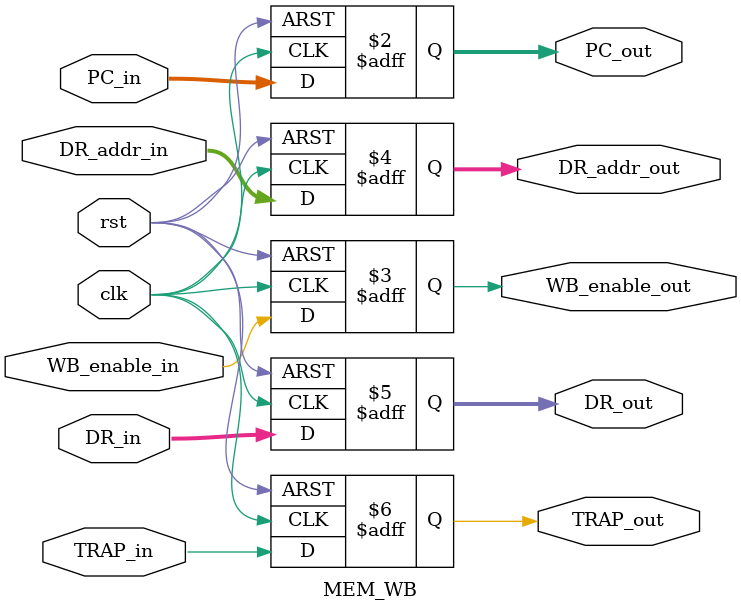
<source format=v>
`timescale 1ns / 1ps

//4种流水线寄存器


module IF_ID(
	input clk,
	input rst,

	input [15:0] inst_in,
	output reg [15:0] inst_out,

	input [15:0] PC_in,
	output reg [15:0] PC_out

	);
	always @(posedge clk or posedge rst) begin
		if (rst) begin
			inst_out<=0;  //全为0对应 BR #0，可视为nop
			PC_out<=0;
		end
		else begin
			inst_out<=inst_in;
			PC_out<=PC_in;
		end
	end
endmodule



module ID_EX(
	input clk,
	input rst,

	input [15:0] PC_in,

    input [15:0] SR1_in,
    input [15:0] SR2_in,
    input [15:0] imm_in,
    input [2:0] DR_addr_in,
    input [2:0] nzp_in,
    input left_or_right_in,
    input logical_or_arithmetical_in,

    input BR_in,
    input JMP_in,
    input JSR_in,
    input JSRR_in,
    input ST_in,
    input STR_in,
    input TRAP_in,

    input ALU_A_Sel_in,
    input ALU_B_sel_in,
    input ALU_S_sel_in,
    input MEM_read_in,
    input MEM_write_in,
    input WB_enable_in,

    output reg [15:0] PC_out,

    output reg [15:0] SR1_out,
    output reg [15:0] SR2_out,
    output reg [15:0] imm_out,
    output reg [2:0] DR_addr_out,
    output reg [2:0] nzp_out,
    output reg left_or_right_out,
    output reg logical_or_arithmetical_out,

    output reg BR_out,
    output reg JMP_out,
    output reg JSR_out,
    output reg JSRR_out,
    output reg TRAP_out,

    output reg ALU_A_Sel_out,
    output reg ALU_B_sel_out,
    output reg ALU_S_sel_out,
    output reg MEM_read_out,
    output reg MEM_write_out,
    output reg WB_enable_out

	);

	always @(posedge clk or posedge rst) begin
		if (rst) begin
			PC_out <=0;

			SR1_out <=0;
			SR2_out <=0;
			imm_out <=0;
			DR_addr_out <=0;
			nzp_out <=0;
			left_or_right_out <=0;
			logical_or_arithmetical_out <=0;

			BR_out <=0;
			JMP_out <=0;
			JSR_out <=0;
			JSRR_out <=0;
			TRAP_out <=0;

			ALU_A_Sel_out <=0;
			ALU_B_sel_out <=0;
			ALU_S_sel_out <=0;
			MEM_read_out <=0;
			MEM_write_out <=0;
			WB_enable_out <=0;
		end
		else  begin
			PC_out <= PC_in;

			SR1_out <= SR1_in;
			SR2_out <= SR2_in;
			imm_out <= imm_in;
			DR_addr_out <= DR_addr_in;
			nzp_out <= nzp_in;
			left_or_right_out <= left_or_right_in;
			logical_or_arithmetical_out <= logical_or_arithmetical_in;

			BR_out <= BR_in;
			JMP_out <= JMP_in;
			JSR_out <= JSR_in;
			JSRR_out <= JSRR_in;
			TRAP_out <= TRAP_in;

			ALU_A_Sel_out <= ALU_A_Sel_in;
			ALU_B_sel_out <= ALU_B_sel_in;
			ALU_S_sel_out <= ALU_S_sel_in;
			MEM_read_out <= MEM_read_in;
			MEM_write_out <= MEM_write_in;
			WB_enable_out <= WB_enable_in;
		end
	end
endmodule


module EX_MEM(
	input clk,
	input rst,

	input [15:0] PC_in,
    input [15:0] EX_result_in,
    input [15:0] MEM_addr_in,
    input MEM_read_in,
    input MEM_write_in,
    input WB_enable_in,
    input PC_write_in,
    input TRAP_in,

    output reg [15:0] PC_out,
    output reg [15:0] EX_result_out,
    output reg [15:0] MEM_addr_out,
    output reg MEM_read_out,
    output reg MEM_write_out,
    output reg WB_enable_out,
    output reg PC_write_out,
    output reg TRAP_out

	);
	// parameter ST='b0011; STR='b0111;
	always @(posedge clk or posedge rst) begin
		if (rst) begin
			PC_out <=0;
			EX_result_out <=0;
			MEM_addr_out <=0;
			MEM_read_out <=0;
			MEM_write_out <=0;
			WB_enable_out <=0;
			PC_write_out <=0;
			TRAP_out <=0;
		end
		else  begin
			PC_out <= PC_in;
			EX_result_out <= EX_result_in;
			MEM_addr_out <= MEM_addr_in;
			MEM_read_out <= MEM_read_in;
			MEM_write_out <= MEM_write_in;
			WB_enable_out <= WB_enable_in;
			PC_write_out <= PC_write_in;
			TRAP_out <= TRAP_in;
		end
	end
endmodule


//FUCK TRAP!!!
module MEM_WB(
	input clk,
	input rst,

	input [15:0] PC_in,
	input WB_enable_in,
	input [2:0] DR_addr_in,
	input [15:0] DR_in,
	input TRAP_in,

	output reg [15:0] PC_out,
	output reg WB_enable_out,
	output reg [2:0] DR_addr_out,
	output reg [15:0] DR_out,
	output reg TRAP_out

	);
	always @(posedge clk or posedge rst) begin
		if (rst) begin
			WB_enable_out <=0;
			DR_addr_out <=0;
			DR_out <=0;
			TRAP_out <=0;
			PC_out <=0;
		end
		else begin
			WB_enable_out <= WB_enable_in;
			DR_addr_out <= DR_addr_in;
			DR_out <= DR_in;
			TRAP_out <= TRAP_in;
			PC_out <= PC_in;
		end
	end
endmodule

</source>
